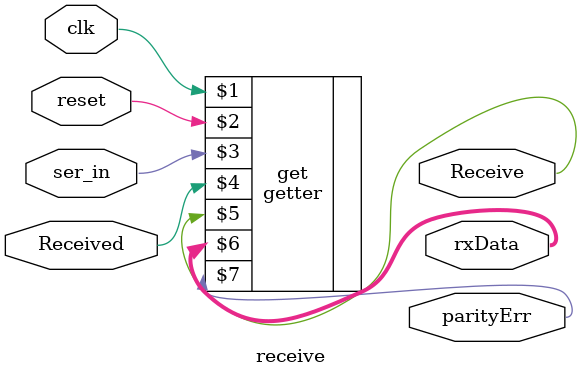
<source format=sv>
`default_nettype none
module receive(
    input wire logic clk,
    input wire logic reset, // btnu
    input wire logic ser_in, // rx_in
    input wire logic Received, // btnc
    output logic Receive, // led
    output logic [7:0] rxData, // leds
    output logic parityErr // led
    );
    
    getter get (clk, reset, ser_in, Received, Receive, rxData, parityErr);
    
endmodule
</source>
